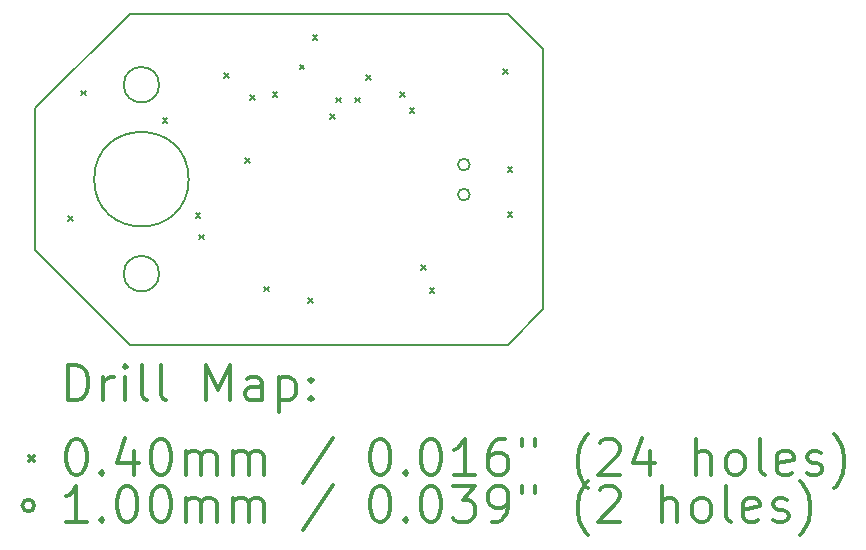
<source format=gbr>
%FSLAX45Y45*%
G04 Gerber Fmt 4.5, Leading zero omitted, Abs format (unit mm)*
G04 Created by KiCad (PCBNEW (5.0.2)-1) date 27.02.2019 21:34:36*
%MOMM*%
%LPD*%
G01*
G04 APERTURE LIST*
%ADD10C,0.150000*%
%ADD11C,0.200000*%
%ADD12C,0.300000*%
G04 APERTURE END LIST*
D10*
X10250000Y-10600000D02*
G75*
G03X10250000Y-10600000I-150000J0D01*
G01*
X10250000Y-12200000D02*
G75*
G03X10250000Y-12200000I-150000J0D01*
G01*
X10500000Y-11400000D02*
G75*
G03X10500000Y-11400000I-400000J0D01*
G01*
X9200000Y-10800000D02*
X10000000Y-10000000D01*
X9200000Y-12000000D02*
X9200000Y-10800000D01*
X10000000Y-12800000D02*
X9200000Y-12000000D01*
X13200000Y-12800000D02*
X10000000Y-12800000D01*
X13500000Y-12500000D02*
X13200000Y-12800000D01*
X13500000Y-10300000D02*
X13500000Y-12500000D01*
X13200000Y-10000000D02*
X13500000Y-10300000D01*
X10000000Y-10000000D02*
X13200000Y-10000000D01*
D11*
X9480000Y-11710000D02*
X9520000Y-11750000D01*
X9520000Y-11710000D02*
X9480000Y-11750000D01*
X9590000Y-10650000D02*
X9630000Y-10690000D01*
X9630000Y-10650000D02*
X9590000Y-10690000D01*
X10280000Y-10880000D02*
X10320000Y-10920000D01*
X10320000Y-10880000D02*
X10280000Y-10920000D01*
X10560000Y-11690000D02*
X10600000Y-11730000D01*
X10600000Y-11690000D02*
X10560000Y-11730000D01*
X10590000Y-11870000D02*
X10630000Y-11910000D01*
X10630000Y-11870000D02*
X10590000Y-11910000D01*
X10800000Y-10500000D02*
X10840000Y-10540000D01*
X10840000Y-10500000D02*
X10800000Y-10540000D01*
X10978750Y-11220000D02*
X11018750Y-11260000D01*
X11018750Y-11220000D02*
X10978750Y-11260000D01*
X11020000Y-10690000D02*
X11060000Y-10730000D01*
X11060000Y-10690000D02*
X11020000Y-10730000D01*
X11140000Y-12310000D02*
X11180000Y-12350000D01*
X11180000Y-12310000D02*
X11140000Y-12350000D01*
X11210000Y-10660000D02*
X11250000Y-10700000D01*
X11250000Y-10660000D02*
X11210000Y-10700000D01*
X11440000Y-10430000D02*
X11480000Y-10470000D01*
X11480000Y-10430000D02*
X11440000Y-10470000D01*
X11510000Y-12410000D02*
X11550000Y-12450000D01*
X11550000Y-12410000D02*
X11510000Y-12450000D01*
X11550000Y-10180000D02*
X11590000Y-10220000D01*
X11590000Y-10180000D02*
X11550000Y-10220000D01*
X11700000Y-10850000D02*
X11740000Y-10890000D01*
X11740000Y-10850000D02*
X11700000Y-10890000D01*
X11750000Y-10710000D02*
X11790000Y-10750000D01*
X11790000Y-10710000D02*
X11750000Y-10750000D01*
X11910000Y-10710000D02*
X11950000Y-10750000D01*
X11950000Y-10710000D02*
X11910000Y-10750000D01*
X12000000Y-10520000D02*
X12040000Y-10560000D01*
X12040000Y-10520000D02*
X12000000Y-10560000D01*
X12290000Y-10660000D02*
X12330000Y-10700000D01*
X12330000Y-10660000D02*
X12290000Y-10700000D01*
X12370000Y-10800000D02*
X12410000Y-10840000D01*
X12410000Y-10800000D02*
X12370000Y-10840000D01*
X12470000Y-12130000D02*
X12510000Y-12170000D01*
X12510000Y-12130000D02*
X12470000Y-12170000D01*
X12540000Y-12320000D02*
X12580000Y-12360000D01*
X12580000Y-12320000D02*
X12540000Y-12360000D01*
X13160000Y-10470000D02*
X13200000Y-10510000D01*
X13200000Y-10470000D02*
X13160000Y-10510000D01*
X13200000Y-11300000D02*
X13240000Y-11340000D01*
X13240000Y-11300000D02*
X13200000Y-11340000D01*
X13200000Y-11680000D02*
X13240000Y-11720000D01*
X13240000Y-11680000D02*
X13200000Y-11720000D01*
X12880000Y-11276000D02*
G75*
G03X12880000Y-11276000I-50000J0D01*
G01*
X12880000Y-11530000D02*
G75*
G03X12880000Y-11530000I-50000J0D01*
G01*
D12*
X9478928Y-13273214D02*
X9478928Y-12973214D01*
X9550357Y-12973214D01*
X9593214Y-12987500D01*
X9621786Y-13016071D01*
X9636071Y-13044643D01*
X9650357Y-13101786D01*
X9650357Y-13144643D01*
X9636071Y-13201786D01*
X9621786Y-13230357D01*
X9593214Y-13258929D01*
X9550357Y-13273214D01*
X9478928Y-13273214D01*
X9778928Y-13273214D02*
X9778928Y-13073214D01*
X9778928Y-13130357D02*
X9793214Y-13101786D01*
X9807500Y-13087500D01*
X9836071Y-13073214D01*
X9864643Y-13073214D01*
X9964643Y-13273214D02*
X9964643Y-13073214D01*
X9964643Y-12973214D02*
X9950357Y-12987500D01*
X9964643Y-13001786D01*
X9978928Y-12987500D01*
X9964643Y-12973214D01*
X9964643Y-13001786D01*
X10150357Y-13273214D02*
X10121786Y-13258929D01*
X10107500Y-13230357D01*
X10107500Y-12973214D01*
X10307500Y-13273214D02*
X10278928Y-13258929D01*
X10264643Y-13230357D01*
X10264643Y-12973214D01*
X10650357Y-13273214D02*
X10650357Y-12973214D01*
X10750357Y-13187500D01*
X10850357Y-12973214D01*
X10850357Y-13273214D01*
X11121786Y-13273214D02*
X11121786Y-13116071D01*
X11107500Y-13087500D01*
X11078928Y-13073214D01*
X11021786Y-13073214D01*
X10993214Y-13087500D01*
X11121786Y-13258929D02*
X11093214Y-13273214D01*
X11021786Y-13273214D01*
X10993214Y-13258929D01*
X10978928Y-13230357D01*
X10978928Y-13201786D01*
X10993214Y-13173214D01*
X11021786Y-13158929D01*
X11093214Y-13158929D01*
X11121786Y-13144643D01*
X11264643Y-13073214D02*
X11264643Y-13373214D01*
X11264643Y-13087500D02*
X11293214Y-13073214D01*
X11350357Y-13073214D01*
X11378928Y-13087500D01*
X11393214Y-13101786D01*
X11407500Y-13130357D01*
X11407500Y-13216071D01*
X11393214Y-13244643D01*
X11378928Y-13258929D01*
X11350357Y-13273214D01*
X11293214Y-13273214D01*
X11264643Y-13258929D01*
X11536071Y-13244643D02*
X11550357Y-13258929D01*
X11536071Y-13273214D01*
X11521786Y-13258929D01*
X11536071Y-13244643D01*
X11536071Y-13273214D01*
X11536071Y-13087500D02*
X11550357Y-13101786D01*
X11536071Y-13116071D01*
X11521786Y-13101786D01*
X11536071Y-13087500D01*
X11536071Y-13116071D01*
X9152500Y-13747500D02*
X9192500Y-13787500D01*
X9192500Y-13747500D02*
X9152500Y-13787500D01*
X9536071Y-13603214D02*
X9564643Y-13603214D01*
X9593214Y-13617500D01*
X9607500Y-13631786D01*
X9621786Y-13660357D01*
X9636071Y-13717500D01*
X9636071Y-13788929D01*
X9621786Y-13846071D01*
X9607500Y-13874643D01*
X9593214Y-13888929D01*
X9564643Y-13903214D01*
X9536071Y-13903214D01*
X9507500Y-13888929D01*
X9493214Y-13874643D01*
X9478928Y-13846071D01*
X9464643Y-13788929D01*
X9464643Y-13717500D01*
X9478928Y-13660357D01*
X9493214Y-13631786D01*
X9507500Y-13617500D01*
X9536071Y-13603214D01*
X9764643Y-13874643D02*
X9778928Y-13888929D01*
X9764643Y-13903214D01*
X9750357Y-13888929D01*
X9764643Y-13874643D01*
X9764643Y-13903214D01*
X10036071Y-13703214D02*
X10036071Y-13903214D01*
X9964643Y-13588929D02*
X9893214Y-13803214D01*
X10078928Y-13803214D01*
X10250357Y-13603214D02*
X10278928Y-13603214D01*
X10307500Y-13617500D01*
X10321786Y-13631786D01*
X10336071Y-13660357D01*
X10350357Y-13717500D01*
X10350357Y-13788929D01*
X10336071Y-13846071D01*
X10321786Y-13874643D01*
X10307500Y-13888929D01*
X10278928Y-13903214D01*
X10250357Y-13903214D01*
X10221786Y-13888929D01*
X10207500Y-13874643D01*
X10193214Y-13846071D01*
X10178928Y-13788929D01*
X10178928Y-13717500D01*
X10193214Y-13660357D01*
X10207500Y-13631786D01*
X10221786Y-13617500D01*
X10250357Y-13603214D01*
X10478928Y-13903214D02*
X10478928Y-13703214D01*
X10478928Y-13731786D02*
X10493214Y-13717500D01*
X10521786Y-13703214D01*
X10564643Y-13703214D01*
X10593214Y-13717500D01*
X10607500Y-13746071D01*
X10607500Y-13903214D01*
X10607500Y-13746071D02*
X10621786Y-13717500D01*
X10650357Y-13703214D01*
X10693214Y-13703214D01*
X10721786Y-13717500D01*
X10736071Y-13746071D01*
X10736071Y-13903214D01*
X10878928Y-13903214D02*
X10878928Y-13703214D01*
X10878928Y-13731786D02*
X10893214Y-13717500D01*
X10921786Y-13703214D01*
X10964643Y-13703214D01*
X10993214Y-13717500D01*
X11007500Y-13746071D01*
X11007500Y-13903214D01*
X11007500Y-13746071D02*
X11021786Y-13717500D01*
X11050357Y-13703214D01*
X11093214Y-13703214D01*
X11121786Y-13717500D01*
X11136071Y-13746071D01*
X11136071Y-13903214D01*
X11721786Y-13588929D02*
X11464643Y-13974643D01*
X12107500Y-13603214D02*
X12136071Y-13603214D01*
X12164643Y-13617500D01*
X12178928Y-13631786D01*
X12193214Y-13660357D01*
X12207500Y-13717500D01*
X12207500Y-13788929D01*
X12193214Y-13846071D01*
X12178928Y-13874643D01*
X12164643Y-13888929D01*
X12136071Y-13903214D01*
X12107500Y-13903214D01*
X12078928Y-13888929D01*
X12064643Y-13874643D01*
X12050357Y-13846071D01*
X12036071Y-13788929D01*
X12036071Y-13717500D01*
X12050357Y-13660357D01*
X12064643Y-13631786D01*
X12078928Y-13617500D01*
X12107500Y-13603214D01*
X12336071Y-13874643D02*
X12350357Y-13888929D01*
X12336071Y-13903214D01*
X12321786Y-13888929D01*
X12336071Y-13874643D01*
X12336071Y-13903214D01*
X12536071Y-13603214D02*
X12564643Y-13603214D01*
X12593214Y-13617500D01*
X12607500Y-13631786D01*
X12621786Y-13660357D01*
X12636071Y-13717500D01*
X12636071Y-13788929D01*
X12621786Y-13846071D01*
X12607500Y-13874643D01*
X12593214Y-13888929D01*
X12564643Y-13903214D01*
X12536071Y-13903214D01*
X12507500Y-13888929D01*
X12493214Y-13874643D01*
X12478928Y-13846071D01*
X12464643Y-13788929D01*
X12464643Y-13717500D01*
X12478928Y-13660357D01*
X12493214Y-13631786D01*
X12507500Y-13617500D01*
X12536071Y-13603214D01*
X12921786Y-13903214D02*
X12750357Y-13903214D01*
X12836071Y-13903214D02*
X12836071Y-13603214D01*
X12807500Y-13646071D01*
X12778928Y-13674643D01*
X12750357Y-13688929D01*
X13178928Y-13603214D02*
X13121786Y-13603214D01*
X13093214Y-13617500D01*
X13078928Y-13631786D01*
X13050357Y-13674643D01*
X13036071Y-13731786D01*
X13036071Y-13846071D01*
X13050357Y-13874643D01*
X13064643Y-13888929D01*
X13093214Y-13903214D01*
X13150357Y-13903214D01*
X13178928Y-13888929D01*
X13193214Y-13874643D01*
X13207500Y-13846071D01*
X13207500Y-13774643D01*
X13193214Y-13746071D01*
X13178928Y-13731786D01*
X13150357Y-13717500D01*
X13093214Y-13717500D01*
X13064643Y-13731786D01*
X13050357Y-13746071D01*
X13036071Y-13774643D01*
X13321786Y-13603214D02*
X13321786Y-13660357D01*
X13436071Y-13603214D02*
X13436071Y-13660357D01*
X13878928Y-14017500D02*
X13864643Y-14003214D01*
X13836071Y-13960357D01*
X13821786Y-13931786D01*
X13807500Y-13888929D01*
X13793214Y-13817500D01*
X13793214Y-13760357D01*
X13807500Y-13688929D01*
X13821786Y-13646071D01*
X13836071Y-13617500D01*
X13864643Y-13574643D01*
X13878928Y-13560357D01*
X13978928Y-13631786D02*
X13993214Y-13617500D01*
X14021786Y-13603214D01*
X14093214Y-13603214D01*
X14121786Y-13617500D01*
X14136071Y-13631786D01*
X14150357Y-13660357D01*
X14150357Y-13688929D01*
X14136071Y-13731786D01*
X13964643Y-13903214D01*
X14150357Y-13903214D01*
X14407500Y-13703214D02*
X14407500Y-13903214D01*
X14336071Y-13588929D02*
X14264643Y-13803214D01*
X14450357Y-13803214D01*
X14793214Y-13903214D02*
X14793214Y-13603214D01*
X14921786Y-13903214D02*
X14921786Y-13746071D01*
X14907500Y-13717500D01*
X14878928Y-13703214D01*
X14836071Y-13703214D01*
X14807500Y-13717500D01*
X14793214Y-13731786D01*
X15107500Y-13903214D02*
X15078928Y-13888929D01*
X15064643Y-13874643D01*
X15050357Y-13846071D01*
X15050357Y-13760357D01*
X15064643Y-13731786D01*
X15078928Y-13717500D01*
X15107500Y-13703214D01*
X15150357Y-13703214D01*
X15178928Y-13717500D01*
X15193214Y-13731786D01*
X15207500Y-13760357D01*
X15207500Y-13846071D01*
X15193214Y-13874643D01*
X15178928Y-13888929D01*
X15150357Y-13903214D01*
X15107500Y-13903214D01*
X15378928Y-13903214D02*
X15350357Y-13888929D01*
X15336071Y-13860357D01*
X15336071Y-13603214D01*
X15607500Y-13888929D02*
X15578928Y-13903214D01*
X15521786Y-13903214D01*
X15493214Y-13888929D01*
X15478928Y-13860357D01*
X15478928Y-13746071D01*
X15493214Y-13717500D01*
X15521786Y-13703214D01*
X15578928Y-13703214D01*
X15607500Y-13717500D01*
X15621786Y-13746071D01*
X15621786Y-13774643D01*
X15478928Y-13803214D01*
X15736071Y-13888929D02*
X15764643Y-13903214D01*
X15821786Y-13903214D01*
X15850357Y-13888929D01*
X15864643Y-13860357D01*
X15864643Y-13846071D01*
X15850357Y-13817500D01*
X15821786Y-13803214D01*
X15778928Y-13803214D01*
X15750357Y-13788929D01*
X15736071Y-13760357D01*
X15736071Y-13746071D01*
X15750357Y-13717500D01*
X15778928Y-13703214D01*
X15821786Y-13703214D01*
X15850357Y-13717500D01*
X15964643Y-14017500D02*
X15978928Y-14003214D01*
X16007500Y-13960357D01*
X16021786Y-13931786D01*
X16036071Y-13888929D01*
X16050357Y-13817500D01*
X16050357Y-13760357D01*
X16036071Y-13688929D01*
X16021786Y-13646071D01*
X16007500Y-13617500D01*
X15978928Y-13574643D01*
X15964643Y-13560357D01*
X9192500Y-14163500D02*
G75*
G03X9192500Y-14163500I-50000J0D01*
G01*
X9636071Y-14299214D02*
X9464643Y-14299214D01*
X9550357Y-14299214D02*
X9550357Y-13999214D01*
X9521786Y-14042071D01*
X9493214Y-14070643D01*
X9464643Y-14084929D01*
X9764643Y-14270643D02*
X9778928Y-14284929D01*
X9764643Y-14299214D01*
X9750357Y-14284929D01*
X9764643Y-14270643D01*
X9764643Y-14299214D01*
X9964643Y-13999214D02*
X9993214Y-13999214D01*
X10021786Y-14013500D01*
X10036071Y-14027786D01*
X10050357Y-14056357D01*
X10064643Y-14113500D01*
X10064643Y-14184929D01*
X10050357Y-14242071D01*
X10036071Y-14270643D01*
X10021786Y-14284929D01*
X9993214Y-14299214D01*
X9964643Y-14299214D01*
X9936071Y-14284929D01*
X9921786Y-14270643D01*
X9907500Y-14242071D01*
X9893214Y-14184929D01*
X9893214Y-14113500D01*
X9907500Y-14056357D01*
X9921786Y-14027786D01*
X9936071Y-14013500D01*
X9964643Y-13999214D01*
X10250357Y-13999214D02*
X10278928Y-13999214D01*
X10307500Y-14013500D01*
X10321786Y-14027786D01*
X10336071Y-14056357D01*
X10350357Y-14113500D01*
X10350357Y-14184929D01*
X10336071Y-14242071D01*
X10321786Y-14270643D01*
X10307500Y-14284929D01*
X10278928Y-14299214D01*
X10250357Y-14299214D01*
X10221786Y-14284929D01*
X10207500Y-14270643D01*
X10193214Y-14242071D01*
X10178928Y-14184929D01*
X10178928Y-14113500D01*
X10193214Y-14056357D01*
X10207500Y-14027786D01*
X10221786Y-14013500D01*
X10250357Y-13999214D01*
X10478928Y-14299214D02*
X10478928Y-14099214D01*
X10478928Y-14127786D02*
X10493214Y-14113500D01*
X10521786Y-14099214D01*
X10564643Y-14099214D01*
X10593214Y-14113500D01*
X10607500Y-14142071D01*
X10607500Y-14299214D01*
X10607500Y-14142071D02*
X10621786Y-14113500D01*
X10650357Y-14099214D01*
X10693214Y-14099214D01*
X10721786Y-14113500D01*
X10736071Y-14142071D01*
X10736071Y-14299214D01*
X10878928Y-14299214D02*
X10878928Y-14099214D01*
X10878928Y-14127786D02*
X10893214Y-14113500D01*
X10921786Y-14099214D01*
X10964643Y-14099214D01*
X10993214Y-14113500D01*
X11007500Y-14142071D01*
X11007500Y-14299214D01*
X11007500Y-14142071D02*
X11021786Y-14113500D01*
X11050357Y-14099214D01*
X11093214Y-14099214D01*
X11121786Y-14113500D01*
X11136071Y-14142071D01*
X11136071Y-14299214D01*
X11721786Y-13984929D02*
X11464643Y-14370643D01*
X12107500Y-13999214D02*
X12136071Y-13999214D01*
X12164643Y-14013500D01*
X12178928Y-14027786D01*
X12193214Y-14056357D01*
X12207500Y-14113500D01*
X12207500Y-14184929D01*
X12193214Y-14242071D01*
X12178928Y-14270643D01*
X12164643Y-14284929D01*
X12136071Y-14299214D01*
X12107500Y-14299214D01*
X12078928Y-14284929D01*
X12064643Y-14270643D01*
X12050357Y-14242071D01*
X12036071Y-14184929D01*
X12036071Y-14113500D01*
X12050357Y-14056357D01*
X12064643Y-14027786D01*
X12078928Y-14013500D01*
X12107500Y-13999214D01*
X12336071Y-14270643D02*
X12350357Y-14284929D01*
X12336071Y-14299214D01*
X12321786Y-14284929D01*
X12336071Y-14270643D01*
X12336071Y-14299214D01*
X12536071Y-13999214D02*
X12564643Y-13999214D01*
X12593214Y-14013500D01*
X12607500Y-14027786D01*
X12621786Y-14056357D01*
X12636071Y-14113500D01*
X12636071Y-14184929D01*
X12621786Y-14242071D01*
X12607500Y-14270643D01*
X12593214Y-14284929D01*
X12564643Y-14299214D01*
X12536071Y-14299214D01*
X12507500Y-14284929D01*
X12493214Y-14270643D01*
X12478928Y-14242071D01*
X12464643Y-14184929D01*
X12464643Y-14113500D01*
X12478928Y-14056357D01*
X12493214Y-14027786D01*
X12507500Y-14013500D01*
X12536071Y-13999214D01*
X12736071Y-13999214D02*
X12921786Y-13999214D01*
X12821786Y-14113500D01*
X12864643Y-14113500D01*
X12893214Y-14127786D01*
X12907500Y-14142071D01*
X12921786Y-14170643D01*
X12921786Y-14242071D01*
X12907500Y-14270643D01*
X12893214Y-14284929D01*
X12864643Y-14299214D01*
X12778928Y-14299214D01*
X12750357Y-14284929D01*
X12736071Y-14270643D01*
X13064643Y-14299214D02*
X13121786Y-14299214D01*
X13150357Y-14284929D01*
X13164643Y-14270643D01*
X13193214Y-14227786D01*
X13207500Y-14170643D01*
X13207500Y-14056357D01*
X13193214Y-14027786D01*
X13178928Y-14013500D01*
X13150357Y-13999214D01*
X13093214Y-13999214D01*
X13064643Y-14013500D01*
X13050357Y-14027786D01*
X13036071Y-14056357D01*
X13036071Y-14127786D01*
X13050357Y-14156357D01*
X13064643Y-14170643D01*
X13093214Y-14184929D01*
X13150357Y-14184929D01*
X13178928Y-14170643D01*
X13193214Y-14156357D01*
X13207500Y-14127786D01*
X13321786Y-13999214D02*
X13321786Y-14056357D01*
X13436071Y-13999214D02*
X13436071Y-14056357D01*
X13878928Y-14413500D02*
X13864643Y-14399214D01*
X13836071Y-14356357D01*
X13821786Y-14327786D01*
X13807500Y-14284929D01*
X13793214Y-14213500D01*
X13793214Y-14156357D01*
X13807500Y-14084929D01*
X13821786Y-14042071D01*
X13836071Y-14013500D01*
X13864643Y-13970643D01*
X13878928Y-13956357D01*
X13978928Y-14027786D02*
X13993214Y-14013500D01*
X14021786Y-13999214D01*
X14093214Y-13999214D01*
X14121786Y-14013500D01*
X14136071Y-14027786D01*
X14150357Y-14056357D01*
X14150357Y-14084929D01*
X14136071Y-14127786D01*
X13964643Y-14299214D01*
X14150357Y-14299214D01*
X14507500Y-14299214D02*
X14507500Y-13999214D01*
X14636071Y-14299214D02*
X14636071Y-14142071D01*
X14621786Y-14113500D01*
X14593214Y-14099214D01*
X14550357Y-14099214D01*
X14521786Y-14113500D01*
X14507500Y-14127786D01*
X14821786Y-14299214D02*
X14793214Y-14284929D01*
X14778928Y-14270643D01*
X14764643Y-14242071D01*
X14764643Y-14156357D01*
X14778928Y-14127786D01*
X14793214Y-14113500D01*
X14821786Y-14099214D01*
X14864643Y-14099214D01*
X14893214Y-14113500D01*
X14907500Y-14127786D01*
X14921786Y-14156357D01*
X14921786Y-14242071D01*
X14907500Y-14270643D01*
X14893214Y-14284929D01*
X14864643Y-14299214D01*
X14821786Y-14299214D01*
X15093214Y-14299214D02*
X15064643Y-14284929D01*
X15050357Y-14256357D01*
X15050357Y-13999214D01*
X15321786Y-14284929D02*
X15293214Y-14299214D01*
X15236071Y-14299214D01*
X15207500Y-14284929D01*
X15193214Y-14256357D01*
X15193214Y-14142071D01*
X15207500Y-14113500D01*
X15236071Y-14099214D01*
X15293214Y-14099214D01*
X15321786Y-14113500D01*
X15336071Y-14142071D01*
X15336071Y-14170643D01*
X15193214Y-14199214D01*
X15450357Y-14284929D02*
X15478928Y-14299214D01*
X15536071Y-14299214D01*
X15564643Y-14284929D01*
X15578928Y-14256357D01*
X15578928Y-14242071D01*
X15564643Y-14213500D01*
X15536071Y-14199214D01*
X15493214Y-14199214D01*
X15464643Y-14184929D01*
X15450357Y-14156357D01*
X15450357Y-14142071D01*
X15464643Y-14113500D01*
X15493214Y-14099214D01*
X15536071Y-14099214D01*
X15564643Y-14113500D01*
X15678928Y-14413500D02*
X15693214Y-14399214D01*
X15721786Y-14356357D01*
X15736071Y-14327786D01*
X15750357Y-14284929D01*
X15764643Y-14213500D01*
X15764643Y-14156357D01*
X15750357Y-14084929D01*
X15736071Y-14042071D01*
X15721786Y-14013500D01*
X15693214Y-13970643D01*
X15678928Y-13956357D01*
M02*

</source>
